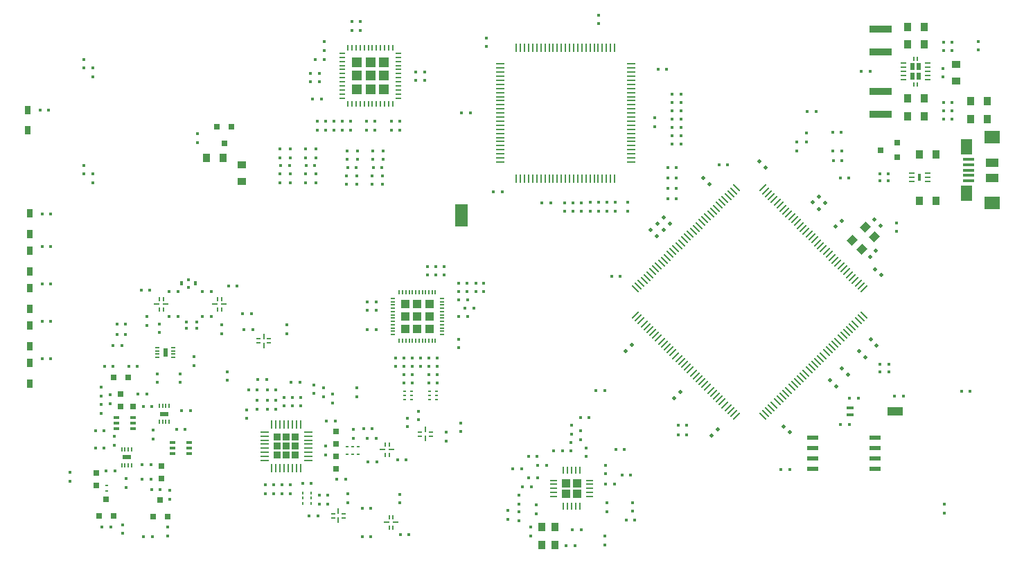
<source format=gtp>
%TF.GenerationSoftware,KiCad,Pcbnew,7.0.10-7.0.10~ubuntu23.04.1*%
%TF.CreationDate,2024-02-22T19:52:03-05:00*%
%TF.ProjectId,hackrf-one,6861636b-7266-42d6-9f6e-652e6b696361,10*%
%TF.SameCoordinates,Original*%
%TF.FileFunction,Paste,Top*%
%TF.FilePolarity,Positive*%
%FSLAX46Y46*%
G04 Gerber Fmt 4.6, Leading zero omitted, Abs format (unit mm)*
G04 Created by KiCad (PCBNEW 7.0.10-7.0.10~ubuntu23.04.1) date 2024-02-22 19:52:03*
%MOMM*%
%LPD*%
G01*
G04 APERTURE LIST*
G04 Aperture macros list*
%AMRotRect*
0 Rectangle, with rotation*
0 The origin of the aperture is its center*
0 $1 length*
0 $2 width*
0 $3 Rotation angle, in degrees counterclockwise*
0 Add horizontal line*
21,1,$1,$2,0,0,$3*%
G04 Aperture macros list end*
%ADD10R,0.760000X1.140000*%
%ADD11R,0.424688X0.386080*%
%ADD12R,0.386080X0.424688*%
%ADD13R,1.094536X0.874472*%
%ADD14R,0.874472X1.094536*%
%ADD15RotRect,0.386080X0.424688X135.000000*%
%ADD16RotRect,0.386080X0.424688X225.000000*%
%ADD17RotRect,0.386080X0.424688X315.000000*%
%ADD18RotRect,0.386080X0.424688X45.000000*%
%ADD19R,1.314000X1.926000*%
%ADD20R,1.890000X1.575000*%
%ADD21R,1.596000X1.045000*%
%ADD22R,1.330000X0.304000*%
%ADD23R,1.558000X2.774000*%
%ADD24R,0.656336X0.656336*%
%ADD25R,2.812592X0.911148*%
%ADD26R,0.694944X0.694944*%
%ADD27R,0.250952X0.310794*%
%ADD28R,0.310794X0.250952*%
%ADD29R,0.418896X0.189180*%
%ADD30R,0.220800X0.619200*%
%ADD31R,0.780480X0.288000*%
%ADD32R,0.619200X0.220800*%
%ADD33R,0.288000X0.780480*%
%ADD34R,0.380288X0.303072*%
%ADD35R,0.836000X0.836000*%
%ADD36O,0.212800X1.026000*%
%ADD37O,1.026000X0.212800*%
%ADD38R,0.380288X0.532790*%
%ADD39R,0.455574X0.380288*%
%ADD40R,0.588000X1.078000*%
%ADD41R,0.608000X0.182400*%
%ADD42R,1.078000X0.588000*%
%ADD43R,0.182400X0.608000*%
%ADD44R,0.752856X0.347472*%
%ADD45R,0.380000X0.836000*%
%ADD46R,0.684000X0.228000*%
%ADD47R,1.140000X1.140000*%
%ADD48O,0.186200X0.661200*%
%ADD49O,0.661200X0.186200*%
%ADD50R,1.254000X1.254000*%
%ADD51O,0.212800X0.684000*%
%ADD52O,0.684000X0.212800*%
%ADD53R,1.003200X1.003200*%
%ADD54O,0.243200X0.912000*%
%ADD55O,0.912000X0.243200*%
%ADD56R,1.447800X0.482600*%
%ADD57R,0.212800X0.532000*%
%ADD58R,0.627000X0.912000*%
%ADD59R,0.646000X0.212800*%
%ADD60RotRect,1.140866X0.223926X225.000000*%
%ADD61RotRect,1.140866X0.223926X315.000000*%
%ADD62R,0.223926X1.140866*%
%ADD63R,1.140866X0.223926*%
%ADD64R,0.911148X1.063650*%
%ADD65RotRect,1.063650X0.911148X45.000000*%
%ADD66R,1.824000X1.140000*%
%ADD67R,0.836000X0.456000*%
%ADD68R,0.456000X0.266000*%
G04 APERTURE END LIST*
D10*
%TO.C,D6*%
X61270000Y-150088000D03*
X61270000Y-147588000D03*
%TD*%
%TO.C,D4*%
X61270000Y-140944000D03*
X61270000Y-138444000D03*
%TD*%
%TO.C,D8*%
X61270000Y-131800000D03*
X61270000Y-129300000D03*
%TD*%
%TO.C,D5*%
X61270000Y-145516000D03*
X61270000Y-143016000D03*
%TD*%
%TO.C,D2*%
X61270000Y-136372000D03*
X61270000Y-133872000D03*
%TD*%
%TO.C,D7*%
X61000000Y-119150000D03*
X61000000Y-116650000D03*
%TD*%
D11*
%TO.C,C1*%
X91096400Y-162513400D03*
X91096400Y-163580200D03*
%TD*%
%TO.C,C2*%
X90080400Y-162513400D03*
X90080400Y-163580200D03*
%TD*%
%TO.C,C3*%
X93128400Y-162513400D03*
X93128400Y-163580200D03*
%TD*%
%TO.C,C4*%
X92112400Y-162513400D03*
X92112400Y-163580200D03*
%TD*%
%TO.C,C5*%
X92341000Y-152861400D03*
X92341000Y-151794600D03*
%TD*%
%TO.C,C6*%
X93357000Y-152861400D03*
X93357000Y-151794600D03*
%TD*%
D12*
%TO.C,C7*%
X107617400Y-168576200D03*
X106550600Y-168576200D03*
%TD*%
D11*
%TO.C,C8*%
X113919000Y-154914600D03*
X113919000Y-155981400D03*
%TD*%
%TO.C,C9*%
X85400000Y-149701600D03*
X85400000Y-148634800D03*
%TD*%
D12*
%TO.C,C10*%
X87447400Y-143481600D03*
X88514200Y-143481600D03*
%TD*%
D11*
%TO.C,C11*%
X84713800Y-143995600D03*
X84713800Y-142928800D03*
%TD*%
%TO.C,C12*%
X87794400Y-153293200D03*
X87794400Y-154360000D03*
%TD*%
D12*
%TO.C,C13*%
X89089800Y-150905600D03*
X88023000Y-150905600D03*
%TD*%
D11*
%TO.C,C14*%
X90334400Y-153217000D03*
X90334400Y-152150200D03*
%TD*%
D12*
%TO.C,C15*%
X90309000Y-150905600D03*
X91375800Y-150905600D03*
%TD*%
D11*
%TO.C,C16*%
X106499800Y-164690000D03*
X106499800Y-163623200D03*
%TD*%
D12*
%TO.C,C17*%
X82402400Y-141938200D03*
X83469200Y-141938200D03*
%TD*%
%TO.C,C18*%
X78338400Y-141938200D03*
X79405200Y-141938200D03*
%TD*%
D11*
%TO.C,C19*%
X77093800Y-143868600D03*
X77093800Y-142801800D03*
%TD*%
D12*
%TO.C,C20*%
X87274400Y-141528800D03*
X88341200Y-141528800D03*
%TD*%
%TO.C,C21*%
X102971600Y-165379400D03*
X101904800Y-165379400D03*
%TD*%
%TO.C,C22*%
X95439800Y-166272600D03*
X96506600Y-166272600D03*
%TD*%
D11*
%TO.C,C23*%
X101269800Y-151714200D03*
X101269800Y-150647400D03*
%TD*%
%TO.C,C24*%
X92679800Y-142948200D03*
X92679800Y-144015000D03*
%TD*%
D12*
%TO.C,C25*%
X96659000Y-163732600D03*
X97725800Y-163732600D03*
%TD*%
%TO.C,C26*%
X79405200Y-138890200D03*
X78338400Y-138890200D03*
%TD*%
%TO.C,C27*%
X82402400Y-138890200D03*
X83469200Y-138890200D03*
%TD*%
%TO.C,C28*%
X96659000Y-164875600D03*
X97725800Y-164875600D03*
%TD*%
%TO.C,C29*%
X75950800Y-138712400D03*
X74884000Y-138712400D03*
%TD*%
%TO.C,C30*%
X85566600Y-138200000D03*
X86633400Y-138200000D03*
%TD*%
D11*
%TO.C,C31*%
X75595200Y-142979600D03*
X75595200Y-141912800D03*
%TD*%
D12*
%TO.C,C32*%
X102971600Y-168808400D03*
X101904800Y-168808400D03*
%TD*%
D11*
%TO.C,C33*%
X100113400Y-164672400D03*
X100113400Y-163605600D03*
%TD*%
%TO.C,C34*%
X98310000Y-152455000D03*
X98310000Y-151388200D03*
%TD*%
%TO.C,C35*%
X97167000Y-151693000D03*
X97167000Y-150626200D03*
%TD*%
%TO.C,C36*%
X96024000Y-151312000D03*
X96024000Y-150245200D03*
%TD*%
D12*
%TO.C,C37*%
X94271400Y-149915000D03*
X93204600Y-149915000D03*
%TD*%
%TO.C,C38*%
X71912200Y-142827200D03*
X72979000Y-142827200D03*
%TD*%
D11*
%TO.C,C39*%
X81305400Y-147878800D03*
X81305400Y-146812000D03*
%TD*%
D12*
%TO.C,C40*%
X71912200Y-144071800D03*
X72979000Y-144071800D03*
%TD*%
%TO.C,C41*%
X98792600Y-161827600D03*
X99859400Y-161827600D03*
%TD*%
%TO.C,C42*%
X98589400Y-154715600D03*
X97522600Y-154715600D03*
%TD*%
%TO.C,C43*%
X72542400Y-145415000D03*
X71475600Y-145415000D03*
%TD*%
D11*
%TO.C,C44*%
X79679800Y-149961600D03*
X79679800Y-148894800D03*
%TD*%
D12*
%TO.C,C45*%
X102057200Y-155651200D03*
X103124000Y-155651200D03*
%TD*%
%TO.C,C46*%
X103581200Y-156794200D03*
X102514400Y-156794200D03*
%TD*%
D11*
%TO.C,C47*%
X112166400Y-157099000D03*
X112166400Y-156032200D03*
%TD*%
%TO.C,C48*%
X108737400Y-154533600D03*
X108737400Y-153466800D03*
%TD*%
%TO.C,C49*%
X100850000Y-155706200D03*
X100850000Y-156773000D03*
%TD*%
D12*
%TO.C,C50*%
X75144600Y-152920000D03*
X76211400Y-152920000D03*
%TD*%
%TO.C,C51*%
X107274800Y-159434000D03*
X106208000Y-159434000D03*
%TD*%
D11*
%TO.C,C52*%
X70000000Y-152666600D03*
X70000000Y-153733400D03*
%TD*%
D12*
%TO.C,C53*%
X71480800Y-147999800D03*
X70414000Y-147999800D03*
%TD*%
%TO.C,C54*%
X103657400Y-159664400D03*
X102590600Y-159664400D03*
%TD*%
%TO.C,C55*%
X79843600Y-153428000D03*
X80910400Y-153428000D03*
%TD*%
D11*
%TO.C,C56*%
X107391200Y-155397200D03*
X107391200Y-154330400D03*
%TD*%
%TO.C,C57*%
X76835000Y-149961600D03*
X76835000Y-148894800D03*
%TD*%
%TO.C,C58*%
X71614000Y-157644400D03*
X71614000Y-156577600D03*
%TD*%
D12*
%TO.C,C59*%
X79208600Y-155714000D03*
X80275400Y-155714000D03*
%TD*%
%TO.C,C60*%
X74509600Y-151396000D03*
X75576400Y-151396000D03*
%TD*%
D11*
%TO.C,C61*%
X76363800Y-156857000D03*
X76363800Y-155790200D03*
%TD*%
D12*
%TO.C,C62*%
X75017600Y-160032000D03*
X76084400Y-160032000D03*
%TD*%
D11*
%TO.C,C63*%
X73087200Y-161708400D03*
X73087200Y-162775200D03*
%TD*%
D12*
%TO.C,C64*%
X71663400Y-160810000D03*
X70596600Y-160810000D03*
%TD*%
%TO.C,C65*%
X69302600Y-158000000D03*
X70369400Y-158000000D03*
%TD*%
%TO.C,C66*%
X69302600Y-155841000D03*
X70369400Y-155841000D03*
%TD*%
D11*
%TO.C,C67*%
X121080200Y-163763000D03*
X121080200Y-164829800D03*
%TD*%
%TO.C,C68*%
X127462400Y-156254800D03*
X127462400Y-155188000D03*
%TD*%
D12*
%TO.C,C69*%
X128554600Y-154273600D03*
X129621400Y-154273600D03*
%TD*%
D11*
%TO.C,C70*%
X121080200Y-165795000D03*
X121080200Y-166861800D03*
%TD*%
%TO.C,C71*%
X100482400Y-118024400D03*
X100482400Y-119091200D03*
%TD*%
%TO.C,C72*%
X99466400Y-118024400D03*
X99466400Y-119091200D03*
%TD*%
%TO.C,C73*%
X103403400Y-118024400D03*
X103403400Y-119091200D03*
%TD*%
%TO.C,C74*%
X102387400Y-118024400D03*
X102387400Y-119091200D03*
%TD*%
%TO.C,C75*%
X105435400Y-118024400D03*
X105435400Y-119091200D03*
%TD*%
%TO.C,C76*%
X106451400Y-118024400D03*
X106451400Y-119091200D03*
%TD*%
%TO.C,C77*%
X101625400Y-106899200D03*
X101625400Y-105832400D03*
%TD*%
%TO.C,C78*%
X100609400Y-106899200D03*
X100609400Y-105832400D03*
%TD*%
D12*
%TO.C,C79*%
X97269300Y-110493300D03*
X96202500Y-110493300D03*
%TD*%
D11*
%TO.C,C80*%
X97243900Y-109375700D03*
X97243900Y-108308900D03*
%TD*%
D12*
%TO.C,C81*%
X96634300Y-113160300D03*
X95567500Y-113160300D03*
%TD*%
%TO.C,C82*%
X96634300Y-112144300D03*
X95567500Y-112144300D03*
%TD*%
%TO.C,C83*%
X96888300Y-115319300D03*
X95821500Y-115319300D03*
%TD*%
D11*
%TO.C,C84*%
X105981500Y-146951700D03*
X105981500Y-148018500D03*
%TD*%
%TO.C,C85*%
X109029500Y-146951700D03*
X109029500Y-148018500D03*
%TD*%
%TO.C,C86*%
X113728500Y-144665700D03*
X113728500Y-145732500D03*
%TD*%
D12*
%TO.C,C87*%
X113703100Y-141897100D03*
X114769900Y-141897100D03*
%TD*%
%TO.C,C88*%
X114465100Y-140881100D03*
X115531900Y-140881100D03*
%TD*%
%TO.C,C89*%
X113703100Y-139865100D03*
X114769900Y-139865100D03*
%TD*%
D11*
%TO.C,C90*%
X109918500Y-136842500D03*
X109918500Y-135775700D03*
%TD*%
%TO.C,C91*%
X110934500Y-136842500D03*
X110934500Y-135775700D03*
%TD*%
D12*
%TO.C,C92*%
X103593900Y-140119100D03*
X102527100Y-140119100D03*
%TD*%
%TO.C,C93*%
X103593900Y-141135100D03*
X102527100Y-141135100D03*
%TD*%
%TO.C,C94*%
X103593900Y-143548100D03*
X102527100Y-143548100D03*
%TD*%
%TO.C,C95*%
X91922600Y-123460000D03*
X92989400Y-123460000D03*
%TD*%
%TO.C,C96*%
X95046800Y-123460000D03*
X96113600Y-123460000D03*
%TD*%
D11*
%TO.C,C97*%
X96418400Y-118024400D03*
X96418400Y-119091200D03*
%TD*%
%TO.C,C98*%
X97434400Y-118024400D03*
X97434400Y-119091200D03*
%TD*%
%TO.C,C99*%
X106997500Y-147967700D03*
X106997500Y-149034500D03*
%TD*%
%TO.C,C100*%
X98450400Y-118024400D03*
X98450400Y-119091200D03*
%TD*%
D12*
%TO.C,C101*%
X100114100Y-123701300D03*
X101180900Y-123701300D03*
%TD*%
D11*
%TO.C,C102*%
X108013500Y-147967700D03*
X108013500Y-149034500D03*
%TD*%
D12*
%TO.C,C103*%
X103238300Y-123701300D03*
X104305100Y-123701300D03*
%TD*%
D11*
%TO.C,C104*%
X110045500Y-147967700D03*
X110045500Y-149034500D03*
%TD*%
D13*
%TO.C,C105*%
X87152600Y-125368400D03*
X87152600Y-123336400D03*
%TD*%
D11*
%TO.C,C106*%
X111950500Y-136842500D03*
X111950500Y-135775700D03*
%TD*%
%TO.C,C107*%
X104470200Y-122698000D03*
X104470200Y-121631200D03*
%TD*%
%TO.C,C108*%
X103200200Y-122698000D03*
X103200200Y-121631200D03*
%TD*%
%TO.C,C109*%
X101346000Y-122698000D03*
X101346000Y-121631200D03*
%TD*%
%TO.C,C110*%
X100076000Y-122698000D03*
X100076000Y-121631200D03*
%TD*%
%TO.C,C111*%
X111061500Y-147967700D03*
X111061500Y-149034500D03*
%TD*%
%TO.C,C112*%
X113728500Y-137807700D03*
X113728500Y-138874500D03*
%TD*%
%TO.C,C113*%
X123151200Y-164932600D03*
X123151200Y-165999400D03*
%TD*%
%TO.C,C114*%
X116776500Y-137807700D03*
X116776500Y-138874500D03*
%TD*%
D12*
%TO.C,C115*%
X123347600Y-161614200D03*
X122280800Y-161614200D03*
%TD*%
%TO.C,C116*%
X121391800Y-160547400D03*
X120325000Y-160547400D03*
%TD*%
%TO.C,C118*%
X161433400Y-155100000D03*
X160366600Y-155100000D03*
%TD*%
D11*
%TO.C,C119*%
X129247200Y-159014400D03*
X129247200Y-157947600D03*
%TD*%
%TO.C,C120*%
X131628000Y-161157000D03*
X131628000Y-160090200D03*
%TD*%
D12*
%TO.C,C121*%
X122560200Y-162706400D03*
X121493400Y-162706400D03*
%TD*%
%TO.C,C122*%
X126370200Y-158312200D03*
X125303400Y-158312200D03*
%TD*%
%TO.C,C123*%
X108458000Y-113058700D03*
X109524800Y-113058700D03*
%TD*%
%TO.C,C124*%
X108458000Y-112042700D03*
X109524800Y-112042700D03*
%TD*%
%TO.C,C125*%
X174000400Y-117793200D03*
X172933600Y-117793200D03*
%TD*%
D14*
%TO.C,C126*%
X168514000Y-117412200D03*
X170546000Y-117412200D03*
%TD*%
%TO.C,C127*%
X168514000Y-115253200D03*
X170546000Y-115253200D03*
%TD*%
D15*
%TO.C,C128*%
X151223451Y-123656520D03*
X150469109Y-122902178D03*
%TD*%
%TO.C,C129*%
X144308653Y-125721979D03*
X143554311Y-124967637D03*
%TD*%
%TO.C,C130*%
X137932672Y-132097961D03*
X137178330Y-131343619D03*
%TD*%
D12*
%TO.C,C131*%
X133431400Y-137001600D03*
X132364600Y-137001600D03*
%TD*%
D16*
%TO.C,C132*%
X134875371Y-145336629D03*
X134121029Y-146090971D03*
%TD*%
%TO.C,C133*%
X140806354Y-151100182D03*
X140052012Y-151854524D03*
%TD*%
%TO.C,C134*%
X145386284Y-155680113D03*
X144631942Y-156434455D03*
%TD*%
D17*
%TO.C,C135*%
X153432593Y-155320903D03*
X154186935Y-156075245D03*
%TD*%
%TO.C,C136*%
X159090154Y-149663341D03*
X159844496Y-150417683D03*
%TD*%
%TO.C,C137*%
X160526995Y-148226500D03*
X161281337Y-148980842D03*
%TD*%
%TO.C,C138*%
X162592454Y-146161041D03*
X163346796Y-146915383D03*
%TD*%
%TO.C,C139*%
X164029295Y-144724200D03*
X164783637Y-145478542D03*
%TD*%
%TO.C,C140*%
X164568111Y-136103154D03*
X165322453Y-136857496D03*
%TD*%
D18*
%TO.C,C141*%
X156934893Y-127967043D03*
X157689235Y-127212701D03*
%TD*%
%TO.C,C142*%
X159718772Y-130930527D03*
X160473114Y-130176185D03*
%TD*%
D13*
%TO.C,C143*%
X174483000Y-111062200D03*
X174483000Y-113094200D03*
%TD*%
D12*
%TO.C,C144*%
X154152600Y-160578800D03*
X153085800Y-160578800D03*
%TD*%
D14*
%TO.C,C145*%
X170546000Y-108649200D03*
X168514000Y-108649200D03*
%TD*%
%TO.C,C146*%
X170546000Y-106490200D03*
X168514000Y-106490200D03*
%TD*%
D11*
%TO.C,C147*%
X172832000Y-111544800D03*
X172832000Y-112611600D03*
%TD*%
%TO.C,C148*%
X137668000Y-117627400D03*
X137668000Y-118694200D03*
%TD*%
D12*
%TO.C,C149*%
X138054200Y-111703200D03*
X139121000Y-111703200D03*
%TD*%
D11*
%TO.C,C150*%
X130810000Y-106121200D03*
X130810000Y-105054400D03*
%TD*%
D12*
%TO.C,C152*%
X123881000Y-128010000D03*
X124947800Y-128010000D03*
%TD*%
%TO.C,C153*%
X115087400Y-117017800D03*
X114020600Y-117017800D03*
%TD*%
%TO.C,C154*%
X119029600Y-126689200D03*
X117962800Y-126689200D03*
%TD*%
D14*
%TO.C,C155*%
X178316000Y-117800000D03*
X176284000Y-117800000D03*
%TD*%
D12*
%TO.C,C156*%
X123296800Y-158998000D03*
X122230000Y-158998000D03*
%TD*%
D18*
%TO.C,C157*%
X163939493Y-134612432D03*
X164693835Y-133858090D03*
%TD*%
D17*
%TO.C,C158*%
X164478308Y-130086383D03*
X165232650Y-130840725D03*
%TD*%
D12*
%TO.C,C159*%
X131526400Y-150971600D03*
X130459600Y-150971600D03*
%TD*%
%TO.C,C160*%
X76084400Y-161810000D03*
X75017600Y-161810000D03*
%TD*%
D11*
%TO.C,C161*%
X78105700Y-167651400D03*
X78105700Y-168718200D03*
%TD*%
D12*
%TO.C,C162*%
X76160600Y-163080000D03*
X77227400Y-163080000D03*
%TD*%
D11*
%TO.C,C163*%
X70000000Y-150566600D03*
X70000000Y-151633400D03*
%TD*%
D12*
%TO.C,C164*%
X161466600Y-151900000D03*
X162533400Y-151900000D03*
%TD*%
%TO.C,C165*%
X135234800Y-166795800D03*
X134168000Y-166795800D03*
%TD*%
D11*
%TO.C,C166*%
X119715400Y-165602000D03*
X119715400Y-166668800D03*
%TD*%
%TO.C,C167*%
X81793200Y-119577200D03*
X81793200Y-120644000D03*
%TD*%
D12*
%TO.C,C168*%
X140289400Y-127502000D03*
X139222600Y-127502000D03*
%TD*%
%TO.C,C169*%
X127914400Y-169900600D03*
X126847600Y-169900600D03*
%TD*%
D11*
%TO.C,C170*%
X122500000Y-168733400D03*
X122500000Y-167666600D03*
%TD*%
%TO.C,C171*%
X72617400Y-167344400D03*
X72617400Y-168411200D03*
%TD*%
%TO.C,D1*%
X66200000Y-162033400D03*
X66200000Y-160966600D03*
%TD*%
%TO.C,D3*%
X173030000Y-165906800D03*
X173030000Y-164840000D03*
%TD*%
D12*
%TO.C,D9*%
X176211200Y-151000000D03*
X175144400Y-151000000D03*
%TD*%
D14*
%TO.C,FB1*%
X172016000Y-122050000D03*
X169984000Y-122050000D03*
%TD*%
%TO.C,FB2*%
X84937600Y-122529600D03*
X82905600Y-122529600D03*
%TD*%
%TO.C,FB3*%
X172016000Y-127800000D03*
X169984000Y-127800000D03*
%TD*%
D19*
%TO.C,J1*%
X175770000Y-126830000D03*
X175770000Y-121170000D03*
D20*
X178850000Y-128000000D03*
D21*
X178850000Y-123062500D03*
D20*
X178850000Y-120000000D03*
D21*
X178850000Y-124937500D03*
D22*
X175975000Y-122700000D03*
X175975000Y-123350000D03*
X175975000Y-124000000D03*
X175975000Y-124650000D03*
X175975000Y-125300000D03*
%TD*%
D23*
%TO.C,J10*%
X114000000Y-129500000D03*
%TD*%
D12*
%TO.C,L1*%
X94627000Y-162335600D03*
X95693800Y-162335600D03*
%TD*%
D24*
%TO.C,L2*%
X98691000Y-159033600D03*
X98691000Y-160557600D03*
%TD*%
%TO.C,L3*%
X98691000Y-157509600D03*
X98691000Y-155985600D03*
%TD*%
D11*
%TO.C,L4*%
X97421000Y-157738200D03*
X97421000Y-158805000D03*
%TD*%
D24*
%TO.C,L5*%
X72376000Y-152920000D03*
X73900000Y-152920000D03*
%TD*%
D12*
%TO.C,L6*%
X106972100Y-150025100D03*
X108038900Y-150025100D03*
%TD*%
%TO.C,L7*%
X106972100Y-146977100D03*
X108038900Y-146977100D03*
%TD*%
%TO.C,L8*%
X110020100Y-150025100D03*
X111086900Y-150025100D03*
%TD*%
%TO.C,L9*%
X110020100Y-146977100D03*
X111086900Y-146977100D03*
%TD*%
D25*
%TO.C,L10*%
X165212000Y-114361660D03*
X165212000Y-117160740D03*
%TD*%
%TO.C,L11*%
X165212000Y-106741660D03*
X165212000Y-109540740D03*
%TD*%
D24*
%TO.C,L12*%
X77329000Y-161683000D03*
X77329000Y-160159000D03*
%TD*%
%TO.C,L13*%
X69400000Y-162562000D03*
X69400000Y-161038000D03*
%TD*%
D26*
%TO.C,Q1*%
X73265000Y-149364000D03*
X71487000Y-149364000D03*
X72376000Y-151396000D03*
%TD*%
%TO.C,Q2*%
X76327700Y-166406800D03*
X78105700Y-166406800D03*
X77216700Y-164374800D03*
%TD*%
%TO.C,Q3*%
X85933400Y-118662800D03*
X84155400Y-118662800D03*
X85044400Y-120694800D03*
%TD*%
%TO.C,Q4*%
X69728400Y-166293800D03*
X71506400Y-166293800D03*
X70617400Y-164261800D03*
%TD*%
%TO.C,Q5*%
X167315000Y-122447400D03*
X167315000Y-120669400D03*
X165283000Y-121558400D03*
%TD*%
D11*
%TO.C,R1*%
X89064400Y-152150200D03*
X89064400Y-153217000D03*
%TD*%
D12*
%TO.C,R2*%
X90232800Y-149635600D03*
X89166000Y-149635600D03*
%TD*%
D11*
%TO.C,R3*%
X91350400Y-153217000D03*
X91350400Y-152150200D03*
%TD*%
%TO.C,R4*%
X94373000Y-151794600D03*
X94373000Y-152861400D03*
%TD*%
D17*
%TO.C,R5*%
X137981829Y-130553829D03*
X138736171Y-131308171D03*
%TD*%
%TO.C,R6*%
X138743829Y-129791829D03*
X139498171Y-130546171D03*
%TD*%
D11*
%TO.C,R7*%
X67874000Y-124479400D03*
X67874000Y-123412600D03*
%TD*%
%TO.C,R8*%
X91821000Y-121402600D03*
X91821000Y-122469400D03*
%TD*%
%TO.C,R9*%
X93091000Y-121402600D03*
X93091000Y-122469400D03*
%TD*%
%TO.C,R10*%
X94945200Y-121402600D03*
X94945200Y-122469400D03*
%TD*%
D12*
%TO.C,R11*%
X146563200Y-123387200D03*
X145496400Y-123387200D03*
%TD*%
D11*
%TO.C,R12*%
X167162600Y-131515200D03*
X167162600Y-130448400D03*
%TD*%
%TO.C,R13*%
X96215200Y-121402600D03*
X96215200Y-122469400D03*
%TD*%
%TO.C,R14*%
X96215200Y-124450600D03*
X96215200Y-125517400D03*
%TD*%
%TO.C,R15*%
X94945200Y-124450600D03*
X94945200Y-125517400D03*
%TD*%
%TO.C,R16*%
X93091000Y-124450600D03*
X93091000Y-125517400D03*
%TD*%
%TO.C,R17*%
X91821000Y-124450600D03*
X91821000Y-125517400D03*
%TD*%
D12*
%TO.C,R18*%
X62768600Y-133344000D03*
X63835400Y-133344000D03*
%TD*%
D11*
%TO.C,R19*%
X68966200Y-112592200D03*
X68966200Y-111525400D03*
%TD*%
%TO.C,R20*%
X100012500Y-124691900D03*
X100012500Y-125758700D03*
%TD*%
%TO.C,R21*%
X101282500Y-124691900D03*
X101282500Y-125758700D03*
%TD*%
%TO.C,R22*%
X103136700Y-124691900D03*
X103136700Y-125758700D03*
%TD*%
%TO.C,R23*%
X104406700Y-124691900D03*
X104406700Y-125758700D03*
%TD*%
D12*
%TO.C,R24*%
X76226100Y-168819800D03*
X75159300Y-168819800D03*
%TD*%
%TO.C,R25*%
X114719100Y-138849100D03*
X115785900Y-138849100D03*
%TD*%
%TO.C,R26*%
X114719100Y-137833100D03*
X115785900Y-137833100D03*
%TD*%
%TO.C,R27*%
X133634600Y-161309400D03*
X134701400Y-161309400D03*
%TD*%
%TO.C,R28*%
X132898000Y-158185200D03*
X133964800Y-158185200D03*
%TD*%
%TO.C,R29*%
X74433400Y-147967000D03*
X73366600Y-147967000D03*
%TD*%
D11*
%TO.C,R30*%
X68966200Y-125546200D03*
X68966200Y-124479400D03*
%TD*%
%TO.C,R31*%
X127437000Y-157296200D03*
X127437000Y-158363000D03*
%TD*%
%TO.C,R32*%
X128554600Y-155873800D03*
X128554600Y-156940600D03*
%TD*%
%TO.C,R33*%
X134930000Y-165729000D03*
X134930000Y-164662200D03*
%TD*%
D12*
%TO.C,R34*%
X123342400Y-160121600D03*
X124409200Y-160121600D03*
%TD*%
D14*
%TO.C,R35*%
X178316000Y-115600000D03*
X176284000Y-115600000D03*
%TD*%
D12*
%TO.C,R36*%
X70084000Y-167677800D03*
X71150800Y-167677800D03*
%TD*%
%TO.C,R37*%
X160304600Y-124936600D03*
X161371400Y-124936600D03*
%TD*%
%TO.C,R41*%
X139222600Y-126232000D03*
X140289400Y-126232000D03*
%TD*%
%TO.C,R46*%
X174000400Y-115761200D03*
X172933600Y-115761200D03*
%TD*%
%TO.C,R47*%
X174000400Y-116777200D03*
X172933600Y-116777200D03*
%TD*%
%TO.C,R48*%
X168033400Y-151600000D03*
X166966600Y-151600000D03*
%TD*%
D11*
%TO.C,R49*%
X67874000Y-110458600D03*
X67874000Y-111525400D03*
%TD*%
D12*
%TO.C,R51*%
X160457000Y-119348600D03*
X159390200Y-119348600D03*
%TD*%
D11*
%TO.C,R52*%
X177150000Y-109309600D03*
X177150000Y-108242800D03*
%TD*%
D12*
%TO.C,R54*%
X162900600Y-111951200D03*
X163967400Y-111951200D03*
%TD*%
%TO.C,R55*%
X174000400Y-109411200D03*
X172933600Y-109411200D03*
%TD*%
%TO.C,R56*%
X174000400Y-108395200D03*
X172933600Y-108395200D03*
%TD*%
%TO.C,R57*%
X165141600Y-125275000D03*
X166208400Y-125275000D03*
%TD*%
%TO.C,R58*%
X165141600Y-124475000D03*
X166208400Y-124475000D03*
%TD*%
%TO.C,R59*%
X141559400Y-156381800D03*
X140492600Y-156381800D03*
%TD*%
%TO.C,R62*%
X159441000Y-121660000D03*
X160507800Y-121660000D03*
%TD*%
D11*
%TO.C,R63*%
X156189800Y-119501000D03*
X156189800Y-120567800D03*
%TD*%
%TO.C,R64*%
X155046800Y-121660000D03*
X155046800Y-120593200D03*
%TD*%
D12*
%TO.C,R65*%
X160533200Y-122828400D03*
X159466400Y-122828400D03*
%TD*%
%TO.C,R66*%
X157383600Y-116808600D03*
X156316800Y-116808600D03*
%TD*%
%TO.C,R67*%
X140289400Y-123692000D03*
X139222600Y-123692000D03*
%TD*%
%TO.C,R68*%
X140289400Y-124962000D03*
X139222600Y-124962000D03*
%TD*%
D18*
%TO.C,R69*%
X157743116Y-128775266D03*
X158497458Y-128020924D03*
%TD*%
D12*
%TO.C,R72*%
X62768600Y-137916000D03*
X63835400Y-137916000D03*
%TD*%
%TO.C,R73*%
X62768600Y-142488000D03*
X63835400Y-142488000D03*
%TD*%
%TO.C,R74*%
X62768600Y-147060000D03*
X63835400Y-147060000D03*
%TD*%
%TO.C,R75*%
X62514600Y-116707000D03*
X63581400Y-116707000D03*
%TD*%
%TO.C,R76*%
X62768600Y-129407000D03*
X63835400Y-129407000D03*
%TD*%
%TO.C,R77*%
X140868400Y-114731800D03*
X139801600Y-114731800D03*
%TD*%
%TO.C,R78*%
X140868400Y-115747800D03*
X139801600Y-115747800D03*
%TD*%
%TO.C,R79*%
X140868400Y-116763800D03*
X139801600Y-116763800D03*
%TD*%
%TO.C,R80*%
X140868400Y-117779800D03*
X139801600Y-117779800D03*
%TD*%
%TO.C,R81*%
X140868400Y-118795800D03*
X139801600Y-118795800D03*
%TD*%
D11*
%TO.C,R85*%
X131577200Y-168751600D03*
X131577200Y-169818400D03*
%TD*%
D12*
%TO.C,R86*%
X140868400Y-119811800D03*
X139801600Y-119811800D03*
%TD*%
%TO.C,R87*%
X140868400Y-120827800D03*
X139801600Y-120827800D03*
%TD*%
D11*
%TO.C,R88*%
X134345800Y-129000600D03*
X134345800Y-127933800D03*
%TD*%
%TO.C,R89*%
X132816600Y-129032000D03*
X132816600Y-127965200D03*
%TD*%
%TO.C,R90*%
X131800600Y-129032000D03*
X131800600Y-127965200D03*
%TD*%
%TO.C,R91*%
X130784600Y-129032000D03*
X130784600Y-127965200D03*
%TD*%
D12*
%TO.C,R93*%
X141559400Y-155188000D03*
X140492600Y-155188000D03*
%TD*%
%TO.C,R94*%
X132745600Y-162427000D03*
X131678800Y-162427000D03*
%TD*%
D11*
%TO.C,R96*%
X129768600Y-129032000D03*
X129768600Y-127965200D03*
%TD*%
%TO.C,R98*%
X128707000Y-129051400D03*
X128707000Y-127984600D03*
%TD*%
%TO.C,R99*%
X127691000Y-129051400D03*
X127691000Y-127984600D03*
%TD*%
%TO.C,R100*%
X126675000Y-129051400D03*
X126675000Y-127984600D03*
%TD*%
D12*
%TO.C,R104*%
X128637600Y-168006000D03*
X127570800Y-168006000D03*
%TD*%
D11*
%TO.C,R105*%
X131787200Y-165745400D03*
X131787200Y-164678600D03*
%TD*%
D27*
%TO.C,T1*%
X95655700Y-164774000D03*
X95655700Y-164113600D03*
X95655700Y-163453200D03*
X94665100Y-163453200D03*
X94665100Y-164113600D03*
X94665100Y-164774000D03*
%TD*%
D28*
%TO.C,T2*%
X101383400Y-157776300D03*
X100723000Y-157776300D03*
X100062600Y-157776300D03*
X100062600Y-158766900D03*
X100723000Y-158766900D03*
X101383400Y-158766900D03*
%TD*%
D29*
%TO.C,T3*%
X107929680Y-152049480D03*
X107929680Y-151549100D03*
X107929680Y-151048720D03*
X107081320Y-151048720D03*
X107081320Y-151549100D03*
X107081320Y-152049480D03*
%TD*%
%TO.C,T4*%
X110977680Y-152049480D03*
X110977680Y-151549100D03*
X110977680Y-151048720D03*
X110129320Y-151048720D03*
X110129320Y-151549100D03*
X110129320Y-152049480D03*
%TD*%
D30*
%TO.C,U1*%
X105681920Y-166408700D03*
X105184080Y-166408700D03*
D31*
X104881000Y-167052200D03*
D30*
X105184080Y-167695700D03*
X105681920Y-167695700D03*
D31*
X105985000Y-167052200D03*
%TD*%
D32*
%TO.C,U2*%
X89242300Y-144629680D03*
X89242300Y-145127520D03*
D33*
X89885800Y-145430600D03*
D32*
X90529300Y-145127520D03*
X90529300Y-144629680D03*
D33*
X89885800Y-144326600D03*
%TD*%
D34*
%TO.C,U3*%
X80405960Y-142603680D03*
X80405960Y-143304720D03*
X81655640Y-143304720D03*
X81655640Y-142603680D03*
%TD*%
D35*
%TO.C,U4*%
X93720400Y-157763600D03*
X91520400Y-157763600D03*
X92620400Y-158863600D03*
X92620400Y-156663600D03*
X92620400Y-157763600D03*
X91520400Y-158863600D03*
X93720400Y-156663600D03*
X93720400Y-158863600D03*
X91520400Y-156663600D03*
D36*
X94370400Y-155088600D03*
X93870400Y-155088600D03*
X93370400Y-155088600D03*
X92870400Y-155088600D03*
X92370400Y-155088600D03*
X91870400Y-155088600D03*
X91370400Y-155088600D03*
X90870400Y-155088600D03*
D37*
X89945400Y-156013600D03*
X89945400Y-156513600D03*
X89945400Y-157013600D03*
X89945400Y-157513600D03*
X89945400Y-158013600D03*
X89945400Y-158513600D03*
X89945400Y-159013600D03*
X89945400Y-159513600D03*
D36*
X90870400Y-160438600D03*
X91370400Y-160438600D03*
X91870400Y-160438600D03*
X92370400Y-160438600D03*
X92870400Y-160438600D03*
X93370400Y-160438600D03*
X93870400Y-160438600D03*
X94370400Y-160438600D03*
D37*
X95295400Y-159513600D03*
X95295400Y-159013600D03*
X95295400Y-158513600D03*
X95295400Y-158013600D03*
X95295400Y-157513600D03*
X95295400Y-157013600D03*
X95295400Y-156513600D03*
X95295400Y-156013600D03*
%TD*%
D30*
%TO.C,U5*%
X77098880Y-141057700D03*
X77596720Y-141057700D03*
D31*
X77899800Y-140414200D03*
D30*
X77596720Y-139770700D03*
X77098880Y-139770700D03*
D31*
X76795800Y-140414200D03*
%TD*%
D30*
%TO.C,U6*%
X84708720Y-139770700D03*
X84210880Y-139770700D03*
D31*
X83907800Y-140414200D03*
D30*
X84210880Y-141057700D03*
X84708720Y-141057700D03*
D31*
X85011800Y-140414200D03*
%TD*%
D32*
%TO.C,U7*%
X98326900Y-166023680D03*
X98326900Y-166521520D03*
D33*
X98970400Y-166824600D03*
D32*
X99613900Y-166521520D03*
X99613900Y-166023680D03*
D33*
X98970400Y-165720600D03*
%TD*%
D38*
%TO.C,U8*%
X81500700Y-137874200D03*
D39*
X80649800Y-137424620D03*
D38*
X79798900Y-137874200D03*
D39*
X80649800Y-138323780D03*
%TD*%
D40*
%TO.C,U9*%
X77851000Y-146304000D03*
D41*
X78801000Y-146904000D03*
X78801000Y-146504000D03*
X78801000Y-146104000D03*
X78801000Y-145704000D03*
X76901000Y-145704000D03*
X76901000Y-146104000D03*
X76901000Y-146504000D03*
X76901000Y-146904000D03*
%TD*%
D30*
%TO.C,U10*%
X104714480Y-158807500D03*
X105212320Y-158807500D03*
D31*
X105515400Y-158164000D03*
D30*
X105212320Y-157520500D03*
X104714480Y-157520500D03*
D31*
X104411400Y-158164000D03*
%TD*%
D32*
%TO.C,U11*%
X108985000Y-156026380D03*
X108985000Y-156524220D03*
D33*
X109628500Y-156827300D03*
D32*
X110272000Y-156524220D03*
X110272000Y-156026380D03*
D33*
X109628500Y-155723300D03*
%TD*%
D42*
%TO.C,U12*%
X77710000Y-153809000D03*
D43*
X78310000Y-152859000D03*
X77910000Y-152859000D03*
X77510000Y-152859000D03*
X77110000Y-152859000D03*
X77110000Y-154759000D03*
X77510000Y-154759000D03*
X77910000Y-154759000D03*
X78310000Y-154759000D03*
%TD*%
D44*
%TO.C,U13*%
X71880700Y-154291600D03*
X71880700Y-154952000D03*
X71880700Y-155612400D03*
X73887300Y-155612400D03*
X73887300Y-154952000D03*
X73887300Y-154291600D03*
%TD*%
D42*
%TO.C,U14*%
X73112600Y-159117600D03*
D43*
X72512600Y-160067600D03*
X72912600Y-160067600D03*
X73312600Y-160067600D03*
X73712600Y-160067600D03*
X73712600Y-158167600D03*
X73312600Y-158167600D03*
X72912600Y-158167600D03*
X72512600Y-158167600D03*
%TD*%
D45*
%TO.C,U15*%
X170025000Y-124875000D03*
D46*
X170975000Y-125375000D03*
X170975000Y-124875000D03*
X170975000Y-124375000D03*
X169075000Y-124375000D03*
X169075000Y-124875000D03*
X169075000Y-125375000D03*
%TD*%
D47*
%TO.C,U17*%
X108648500Y-140397100D03*
X108648500Y-141897100D03*
X107148500Y-143397100D03*
X107148500Y-141897100D03*
X110148500Y-141897100D03*
X110148500Y-143397100D03*
X108648500Y-143397100D03*
X110148500Y-140397100D03*
X107148500Y-140397100D03*
D48*
X106448500Y-144897100D03*
X106848500Y-144897100D03*
X107248500Y-144897100D03*
X107648500Y-144897100D03*
X108048500Y-144897100D03*
X108448500Y-144897100D03*
X108848500Y-144897100D03*
X109248500Y-144897100D03*
X109648500Y-144897100D03*
X110048500Y-144897100D03*
X110448500Y-144897100D03*
X110848500Y-144897100D03*
D49*
X111648500Y-144097100D03*
X111648500Y-143697100D03*
X111648500Y-143297100D03*
X111648500Y-142897100D03*
X111648500Y-142497100D03*
X111648500Y-142097100D03*
X111648500Y-141697100D03*
X111648500Y-141297100D03*
X111648500Y-140897100D03*
X111648500Y-140497100D03*
X111648500Y-140097100D03*
X111648500Y-139697100D03*
D48*
X110848500Y-138897100D03*
X110448500Y-138897100D03*
X110048500Y-138897100D03*
X109648500Y-138897100D03*
X109248500Y-138897100D03*
X108848500Y-138897100D03*
X108448500Y-138897100D03*
X108048500Y-138897100D03*
X107648500Y-138897100D03*
X107248500Y-138897100D03*
X106848500Y-138897100D03*
X106448500Y-138897100D03*
D49*
X105648500Y-139697100D03*
X105648500Y-140097100D03*
X105648500Y-140497100D03*
X105648500Y-140897100D03*
X105648500Y-141297100D03*
X105648500Y-141697100D03*
X105648500Y-142097100D03*
X105648500Y-142497100D03*
X105648500Y-142897100D03*
X105648500Y-143297100D03*
X105648500Y-143697100D03*
X105648500Y-144097100D03*
%TD*%
D50*
%TO.C,U18*%
X101245400Y-114111800D03*
X102895400Y-112461800D03*
X104545400Y-114111800D03*
X102895400Y-114111800D03*
X104545400Y-112461800D03*
X102895400Y-110811800D03*
X104545400Y-110811800D03*
X101245400Y-112461800D03*
X101245400Y-110811800D03*
D51*
X100145400Y-115911800D03*
X100645400Y-115911800D03*
X101145400Y-115911800D03*
X101645400Y-115911800D03*
X102145400Y-115911800D03*
X102645400Y-115911800D03*
X103145400Y-115911800D03*
X103645400Y-115911800D03*
X104145400Y-115911800D03*
X104645400Y-115911800D03*
X105145400Y-115911800D03*
X105645400Y-115911800D03*
D52*
X106345400Y-115211800D03*
X106345400Y-114711800D03*
X106345400Y-114211800D03*
X106345400Y-113711800D03*
X106345400Y-113211800D03*
X106345400Y-112711800D03*
X106345400Y-112211800D03*
X106345400Y-111711800D03*
X106345400Y-111211800D03*
X106345400Y-110711800D03*
X106345400Y-110211800D03*
X106345400Y-109711800D03*
D51*
X105645400Y-109011800D03*
X105145400Y-109011800D03*
X104645400Y-109011800D03*
X104145400Y-109011800D03*
X103645400Y-109011800D03*
X103145400Y-109011800D03*
X102645400Y-109011800D03*
X102145400Y-109011800D03*
X101645400Y-109011800D03*
X101145400Y-109011800D03*
X100645400Y-109011800D03*
X100145400Y-109011800D03*
D52*
X99445400Y-109711800D03*
X99445400Y-110211800D03*
X99445400Y-110711800D03*
X99445400Y-111211800D03*
X99445400Y-111711800D03*
X99445400Y-112211800D03*
X99445400Y-112711800D03*
X99445400Y-113211800D03*
X99445400Y-113711800D03*
X99445400Y-114211800D03*
X99445400Y-114711800D03*
X99445400Y-115211800D03*
%TD*%
D53*
%TO.C,U19*%
X126809200Y-163586000D03*
X126809200Y-162266000D03*
X128129200Y-163586000D03*
X128129200Y-162266000D03*
D54*
X126469200Y-165126000D03*
X126969200Y-165126000D03*
X127469200Y-165126000D03*
X127969200Y-165126000D03*
X128469200Y-165126000D03*
D55*
X129669200Y-163926000D03*
X129669200Y-163426000D03*
X129669200Y-162926000D03*
X129669200Y-162426000D03*
X129669200Y-161926000D03*
D54*
X128469200Y-160726000D03*
X127969200Y-160726000D03*
X127469200Y-160726000D03*
X126969200Y-160726000D03*
X126469200Y-160726000D03*
D55*
X125269200Y-161926000D03*
X125269200Y-162426000D03*
X125269200Y-162926000D03*
X125269200Y-163426000D03*
X125269200Y-163926000D03*
%TD*%
D56*
%TO.C,U20*%
X164566600Y-160553400D03*
X164566600Y-159283400D03*
X164566600Y-158013400D03*
X164566600Y-156743400D03*
X156946600Y-156743400D03*
X156946600Y-158013400D03*
X156946600Y-159283400D03*
X156946600Y-160553400D03*
%TD*%
D57*
%TO.C,U21*%
X169280000Y-113501200D03*
D58*
X169940000Y-111351200D03*
D57*
X169780000Y-110401200D03*
D58*
X169120000Y-111351200D03*
D57*
X169780000Y-113501200D03*
D58*
X169120000Y-112551200D03*
D57*
X169280000Y-110401200D03*
D58*
X169940000Y-112551200D03*
D59*
X171030000Y-112951200D03*
X171030000Y-112451200D03*
X171030000Y-111951200D03*
X171030000Y-111451200D03*
X171030000Y-110951200D03*
X168030000Y-110951200D03*
X168030000Y-111451200D03*
X168030000Y-111951200D03*
X168030000Y-112451200D03*
X168030000Y-112951200D03*
%TD*%
D60*
%TO.C,U23*%
X163213888Y-138552969D03*
X162860066Y-138199147D03*
X162506244Y-137845324D03*
X162152422Y-137491502D03*
X161798600Y-137137680D03*
X161446574Y-136785654D03*
X161092752Y-136431832D03*
X160738930Y-136078010D03*
X160385108Y-135724188D03*
X160031286Y-135370366D03*
X159677463Y-135016544D03*
X159325437Y-134664518D03*
X158971615Y-134310696D03*
X158617793Y-133956874D03*
X158263971Y-133603051D03*
X157910149Y-133249229D03*
X157556327Y-132895407D03*
X157202505Y-132541585D03*
X156850479Y-132189559D03*
X156496657Y-131835737D03*
X156142835Y-131481915D03*
X155789013Y-131128093D03*
X155435190Y-130774271D03*
X155081368Y-130420449D03*
X154727546Y-130066627D03*
X154375520Y-129714601D03*
X154021698Y-129360778D03*
X153667876Y-129006956D03*
X153314054Y-128653134D03*
X152960232Y-128299312D03*
X152606410Y-127945490D03*
X152254384Y-127593464D03*
X151900562Y-127239642D03*
X151546740Y-126885820D03*
X151192917Y-126531998D03*
X150839095Y-126178176D03*
D61*
X147656493Y-126178176D03*
X147302671Y-126531998D03*
X146948848Y-126885820D03*
X146595026Y-127239642D03*
X146241204Y-127593464D03*
X145889178Y-127945490D03*
X145535356Y-128299312D03*
X145181534Y-128653134D03*
X144827712Y-129006956D03*
X144473890Y-129360778D03*
X144120068Y-129714601D03*
X143768042Y-130066627D03*
X143414220Y-130420449D03*
X143060398Y-130774271D03*
X142706575Y-131128093D03*
X142352753Y-131481915D03*
X141998931Y-131835737D03*
X141645109Y-132189559D03*
X141293083Y-132541585D03*
X140939261Y-132895407D03*
X140585439Y-133249229D03*
X140231617Y-133603051D03*
X139877795Y-133956874D03*
X139523973Y-134310696D03*
X139170151Y-134664518D03*
X138818125Y-135016544D03*
X138464302Y-135370366D03*
X138110480Y-135724188D03*
X137756658Y-136078010D03*
X137402836Y-136431832D03*
X137049014Y-136785654D03*
X136696988Y-137137680D03*
X136343166Y-137491502D03*
X135989344Y-137845324D03*
X135635522Y-138199147D03*
X135281700Y-138552969D03*
D60*
X135281700Y-141735571D03*
X135635522Y-142089393D03*
X135989344Y-142443216D03*
X136343166Y-142797038D03*
X136696988Y-143150860D03*
X137049014Y-143502886D03*
X137402836Y-143856708D03*
X137756658Y-144210530D03*
X138110480Y-144564352D03*
X138464302Y-144918174D03*
X138818125Y-145271996D03*
X139170151Y-145624022D03*
X139523973Y-145977844D03*
X139877795Y-146331666D03*
X140231617Y-146685489D03*
X140585439Y-147039311D03*
X140939261Y-147393133D03*
X141293083Y-147746955D03*
X141645109Y-148098981D03*
X141998931Y-148452803D03*
X142352753Y-148806625D03*
X142706575Y-149160447D03*
X143060398Y-149514269D03*
X143414220Y-149868091D03*
X143768042Y-150221913D03*
X144120068Y-150573939D03*
X144473890Y-150927762D03*
X144827712Y-151281584D03*
X145181534Y-151635406D03*
X145535356Y-151989228D03*
X145889178Y-152343050D03*
X146241204Y-152695076D03*
X146595026Y-153048898D03*
X146948848Y-153402720D03*
X147302671Y-153756542D03*
X147656493Y-154110364D03*
D61*
X150839095Y-154110364D03*
X151192917Y-153756542D03*
X151546740Y-153402720D03*
X151900562Y-153048898D03*
X152254384Y-152695076D03*
X152606410Y-152343050D03*
X152960232Y-151989228D03*
X153314054Y-151635406D03*
X153667876Y-151281584D03*
X154021698Y-150927762D03*
X154375520Y-150573939D03*
X154727546Y-150221913D03*
X155081368Y-149868091D03*
X155435190Y-149514269D03*
X155789013Y-149160447D03*
X156142835Y-148806625D03*
X156496657Y-148452803D03*
X156850479Y-148098981D03*
X157202505Y-147746955D03*
X157556327Y-147393133D03*
X157910149Y-147039311D03*
X158263971Y-146685489D03*
X158617793Y-146331666D03*
X158971615Y-145977844D03*
X159325437Y-145624022D03*
X159677463Y-145271996D03*
X160031286Y-144918174D03*
X160385108Y-144564352D03*
X160738930Y-144210530D03*
X161092752Y-143856708D03*
X161446574Y-143502886D03*
X161798600Y-143150860D03*
X162152422Y-142797038D03*
X162506244Y-142443216D03*
X162860066Y-142089393D03*
X163213888Y-141735571D03*
%TD*%
D62*
%TO.C,U24*%
X132745480Y-109016800D03*
X132245100Y-109016800D03*
X131747260Y-109016800D03*
X131246880Y-109016800D03*
X130746500Y-109016800D03*
X130246120Y-109016800D03*
X129745740Y-109016800D03*
X129245360Y-109016800D03*
X128744980Y-109016800D03*
X128247140Y-109016800D03*
X127746760Y-109016800D03*
X127246380Y-109016800D03*
X126746000Y-109016800D03*
X126245620Y-109016800D03*
X125745240Y-109016800D03*
X125244860Y-109016800D03*
X124747020Y-109016800D03*
X124246640Y-109016800D03*
X123746260Y-109016800D03*
X123245880Y-109016800D03*
X122745500Y-109016800D03*
X122245120Y-109016800D03*
X121744740Y-109016800D03*
X121246900Y-109016800D03*
X120746520Y-109016800D03*
D63*
X118745000Y-111018320D03*
X118745000Y-111518700D03*
X118745000Y-112016540D03*
X118745000Y-112516920D03*
X118745000Y-113017300D03*
X118745000Y-113517680D03*
X118745000Y-114018060D03*
X118745000Y-114518440D03*
X118745000Y-115018820D03*
X118745000Y-115516660D03*
X118745000Y-116017040D03*
X118745000Y-116517420D03*
X118745000Y-117017800D03*
X118745000Y-117518180D03*
X118745000Y-118018560D03*
X118745000Y-118518940D03*
X118745000Y-119016780D03*
X118745000Y-119517160D03*
X118745000Y-120017540D03*
X118745000Y-120517920D03*
X118745000Y-121018300D03*
X118745000Y-121518680D03*
X118745000Y-122019060D03*
X118745000Y-122516900D03*
X118745000Y-123017280D03*
D62*
X120746520Y-125018800D03*
X121246900Y-125018800D03*
X121744740Y-125018800D03*
X122245120Y-125018800D03*
X122745500Y-125018800D03*
X123245880Y-125018800D03*
X123746260Y-125018800D03*
X124246640Y-125018800D03*
X124747020Y-125018800D03*
X125244860Y-125018800D03*
X125745240Y-125018800D03*
X126245620Y-125018800D03*
X126746000Y-125018800D03*
X127246380Y-125018800D03*
X127746760Y-125018800D03*
X128247140Y-125018800D03*
X128744980Y-125018800D03*
X129245360Y-125018800D03*
X129745740Y-125018800D03*
X130246120Y-125018800D03*
X130746500Y-125018800D03*
X131246880Y-125018800D03*
X131747260Y-125018800D03*
X132245100Y-125018800D03*
X132745480Y-125018800D03*
D63*
X134747000Y-123017280D03*
X134747000Y-122516900D03*
X134747000Y-122019060D03*
X134747000Y-121518680D03*
X134747000Y-121018300D03*
X134747000Y-120517920D03*
X134747000Y-120017540D03*
X134747000Y-119517160D03*
X134747000Y-119016780D03*
X134747000Y-118518940D03*
X134747000Y-118018560D03*
X134747000Y-117518180D03*
X134747000Y-117017800D03*
X134747000Y-116517420D03*
X134747000Y-116017040D03*
X134747000Y-115516660D03*
X134747000Y-115018820D03*
X134747000Y-114518440D03*
X134747000Y-114018060D03*
X134747000Y-113517680D03*
X134747000Y-113017300D03*
X134747000Y-112516920D03*
X134747000Y-112016540D03*
X134747000Y-111518700D03*
X134747000Y-111018320D03*
%TD*%
D44*
%TO.C,U25*%
X80745300Y-158660400D03*
X80745300Y-158000000D03*
X80745300Y-157339600D03*
X78738700Y-157339600D03*
X78738700Y-158000000D03*
X78738700Y-158660400D03*
%TD*%
D64*
%TO.C,X1*%
X125475300Y-169867820D03*
X125475300Y-167668180D03*
X123875100Y-167668180D03*
X123875100Y-169867820D03*
%TD*%
D65*
%TO.C,X2*%
X162937297Y-133692854D03*
X164492677Y-132137474D03*
X163361165Y-131005962D03*
X161805785Y-132561342D03*
%TD*%
D66*
%TO.C,X3*%
X167050000Y-153500000D03*
D67*
X161500000Y-153050000D03*
X161500000Y-153950000D03*
%TD*%
D11*
%TO.C,C151*%
X117094000Y-108915200D03*
X117094000Y-107848400D03*
%TD*%
D68*
%TO.C,D10*%
X70650000Y-162568800D03*
X70650000Y-163218800D03*
%TD*%
D11*
%TO.C,R43*%
X78400000Y-163166600D03*
X78400000Y-164233400D03*
%TD*%
D12*
%TO.C,R38*%
X166233400Y-147700000D03*
X165166600Y-147700000D03*
%TD*%
D11*
%TO.C,R42*%
X71100000Y-151466600D03*
X71100000Y-152533400D03*
%TD*%
D12*
%TO.C,R39*%
X165166600Y-148700000D03*
X166233400Y-148700000D03*
%TD*%
M02*

</source>
